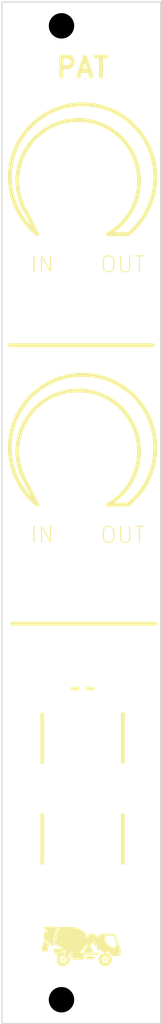
<source format=kicad_pcb>
(kicad_pcb (version 20211014) (generator pcbnew)
  (layers (0 "F.Cu" signal) (31 "B.Cu" signal) (34 "B.Paste" user) (35 "F.Paste" user) (36 "B.SilkS" user "B.Silkscreen") (37 "F.SilkS" user "F.Silkscreen") (38 "B.Mask" user) (39 "F.Mask" user) (44 "Edge.Cuts" user))
  (net 0 "")
  (footprint "eurorack_footprints:panel_jackhole" (layer "F.Cu") (at 114.3 81.28)
    (fp_text reference "REF**" hide)
    (fp_text value "panel_jackhole" hide)
    (pad "" np_thru_hole circle (at 0 0) (size 6.3 6.3) (drill 6.3) (layers F&B.Cu))
  )
  (footprint "eurorack_footprints:musikbeton_10mm_front" (layer "F.Cu") (at 109.06 161.925)
    (fp_text reference "G***" (at 0 0) (layer "F.SilkS") (effects (font (size 1.524 1.524) (thickness 0.3))))
    (fp_text value "LOGO" hide)
    (fp_poly (pts (xy -3.63366 -2.507168) (xy -3.620209 -2.484629) (xy -3.579664 -2.462035) (xy -3.471904 -2.438278) (xy -3.317744 -2.417597) (xy -3.267432 -2.412789) (xy -3.103826 -2.39734) (xy -2.980528 -2.383456) (xy -2.918307 -2.373552) (xy -2.914654 -2.37176) (xy -2.931468 -2.329716) (xy -2.975856 -2.228179) (xy -3.038738 -2.08787) (xy -3.048473 -2.066374) (xy -3.151904 -1.814322) (xy -3.234982 -1.552523) (xy -3.303988 -1.256979) (xy -3.365206 -0.903693) (xy -3.381155 -0.795708) (xy -3.412628 -0.575632) (xy -3.432981 -0.425523) (xy -3.44336 -0.328009) (xy -3.444911 -0.265718) (xy -3.438778 -0.221281) (xy -3.426109 -0.177325) (xy -3.422665 -0.166337) (xy -3.424342 -0.089528) (xy -3.493891 -0.020736) (xy -3.525493 -0.000972) (xy -3.619669 0.050981) (xy -3.676736 0.075708) (xy -3.679496 0.076041) (xy -3.713287 0.042215) (xy -3.783991 -0.048389) (xy -3.879157 -0.17946) (xy -3.930437 -0.252776) (xy -4.044226 -0.412535) (xy -4.131134 -0.51567) (xy -4.211747 -0.579889) (xy -4.306653 -0.6229) (xy -4.391859 -0.649651) (xy -4.530776 -0.687569) (xy -4.637572 -0.712276) (xy -4.675663 -0.717709) (xy -4.698076 -0.75138) (xy -4.711314 -0.856275) (xy -4.715778 -1.03822) (xy -4.712973 -1.2579) (xy -4.70751 -1.490587) (xy -4.698501 -1.647623) (xy -4.678129 -1.741448) (xy -4.638576 -1.784503) (xy -4.572024 -1.789227) (xy -4.470658 -1.768062) (xy -4.402935 -1.751281) (xy -4.307485 -1.742701) (xy -4.284317 -1.779399) (xy -4.331983 -1.858258) (xy -4.449032 -1.976165) (xy -4.546567 -2.059918) (xy -4.671414 -2.165161) (xy -4.764456 -2.24813) (xy -4.809138 -2.293935) (xy -4.810834 -2.297592) (xy -4.780092 -2.33647) (xy -4.733664 -2.375207) (xy -4.649247 -2.407516) (xy -4.505408 -2.416114) (xy -4.346853 -2.407522) (xy -4.174557 -2.397422) (xy -4.067459 -2.403717) (xy -4.00362 -2.429164) (xy -3.977651 -2.45393) (xy -3.908919 -2.495911) (xy -3.806922 -2.520646) (xy -3.704292 -2.525332)) (layer "F.SilkS") (width 0) (fill solid))
    (fp_poly (pts (xy 1.62736 1.663541) (xy 0.569027 1.663541) (xy 0.569027 1.222568) (xy 1.62736 1.222568)) (layer "F.SilkS") (width 0) (fill solid))
    (fp_poly (pts (xy -2.180407 1.478963) (xy -2.095389 1.564206) (xy -2.040039 1.66506) (xy -2.032709 1.707638) (xy -2.064294 1.804303) (xy -2.139272 1.900961) (xy -2.227982 1.963888) (xy -2.265432 1.972221) (xy -2.341767 1.948518) (xy -2.419772 1.903575) (xy -2.497134 1.804497) (xy -2.510555 1.682321) (xy -2.468953 1.563648) (xy -2.381244 1.475083) (xy -2.265432 1.443054)) (layer "F.SilkS") (width 0) (fill solid))
    (fp_poly (pts (xy 3.255338 0.888318) (xy 3.477849 0.991654) (xy 3.655488 1.149107) (xy 3.781835 1.346829) (xy 3.850469 1.570971) (xy 3.854971 1.807684) (xy 3.78892 2.043119) (xy 3.647431 2.261685) (xy 3.535111 2.372795) (xy 3.419545 2.462346) (xy 3.386893 2.481592) (xy 3.239892 2.525678) (xy 3.046757 2.542976) (xy 2.845294 2.53376) (xy 2.67331 2.498305) (xy 2.619646 2.476014) (xy 2.394621 2.314368) (xy 2.242653 2.103867) (xy 2.165958 1.848188) (xy 2.156527 1.707205) (xy 2.157478 1.700451) (xy 2.585472 1.700451) (xy 2.622242 1.892359) (xy 2.721471 2.03602) (xy 2.866541 2.121226) (xy 3.040833 2.137771) (xy 3.210839 2.084544) (xy 3.340165 1.974137) (xy 3.411896 1.822586) (xy 3.424857 1.654691) (xy 3.37787 1.495256) (xy 3.26976 1.369083) (xy 3.24554 1.352922) (xy 3.062418 1.277298) (xy 2.894642 1.287127) (xy 2.733357 1.383054) (xy 2.724473 1.390863) (xy 2.629191 1.495242) (xy 2.590496 1.606712) (xy 2.585472 1.700451) (xy 2.157478 1.700451) (xy 2.19541 1.431061) (xy 2.306 1.198329) (xy 2.479206 1.018278) (xy 2.705938 0.900176) (xy 2.977103 0.853293) (xy 2.994374 0.85295)) (layer "F.SilkS") (width 0) (fill solid))
    (fp_poly (pts (xy 3.402176 -1.56738) (xy 3.70899 -1.555029) (xy 3.950293 -1.539588) (xy 4.119363 -1.521656) (xy 4.209483 -1.501835) (xy 4.221547 -1.494046) (xy 4.248212 -1.436736) (xy 4.296805 -1.311919) (xy 4.361327 -1.135746) (xy 4.435782 -0.924368) (xy 4.468921 -0.827952) (xy 4.556915 -0.582846) (xy 4.650422 -0.343854) (xy 4.73953 -0.135027) (xy 4.814328 0.019584) (xy 4.829151 0.046128) (xy 4.915677 0.20905) (xy 4.961065 0.345386) (xy 4.977525 0.49878) (xy 4.978749 0.580934) (xy 4.958363 0.836026) (xy 4.900192 1.037906) (xy 4.80872 1.174886) (xy 4.732098 1.224133) (xy 4.637149 1.243714) (xy 4.482555 1.258534) (xy 4.296834 1.266149) (xy 4.235743 1.266666) (xy 3.851257 1.266666) (xy 3.372213 0.781596) (xy 2.994364 0.781596) (xy 2.811054 0.780376) (xy 2.694866 0.772641) (xy 2.624728 0.752278) (xy 2.579568 0.713172) (xy 2.538368 0.649305) (xy 2.442114 0.542577) (xy 2.357983 0.517013) (xy 2.238654 0.508142) (xy 2.117942 0.489452) (xy 1.980138 0.461891) (xy 1.980103 -0.205079) (xy 1.980068 -0.87205) (xy 1.889135 -0.688345) (xy 1.770992 -0.527543) (xy 1.610887 -0.413101) (xy 1.436681 -0.364381) (xy 1.422258 -0.363892) (xy 1.347156 -0.32098) (xy 1.267011 -0.192735) (xy 1.246026 -0.147182) (xy 1.151324 0.06849) (xy 1.323171 0.347873) (xy 1.423206 0.513403) (xy 1.481052 0.630339) (xy 1.488799 0.707123) (xy 1.43854 0.7522) (xy 1.322365 0.774012) (xy 1.132365 0.781002) (xy 0.916897 0.781596) (xy 0.338725 0.781596) (xy 0.369464 0.617745) (xy 0.419176 0.480137) (xy 0.505688 0.336856) (xy 0.536033 0.299192) (xy 0.624029 0.179131) (xy 0.723822 0.013481) (xy 0.813224 -0.160699) (xy 0.954584 -0.465887) (xy 0.85 -0.62) (xy 0.761841 -0.818928) (xy 0.745416 -0.972217) (xy 0.781732 -1.193266) (xy 0.880132 -1.369267) (xy 1.024789 -1.496509) (xy 1.199879 -1.571278) (xy 1.389576 -1.589864) (xy 1.578056 -1.548553) (xy 1.749493 -1.443633) (xy 1.888063 -1.271393) (xy 1.902899 -1.243741) (xy 1.950814 -1.161128) (xy 1.977854 -1.136524) (xy 1.980069 -1.144525) (xy 2.015273 -1.189913) (xy 2.10907 -1.265927) (xy 2.221011 -1.343074) (xy 3.029685 -1.343074) (xy 3.045102 -0.92362) (xy 3.055602 -0.72357) (xy 3.077864 -0.573438) (xy 3.123513 -0.455176) (xy 3.204169 -0.350738) (xy 3.331456 -0.242077) (xy 3.516996 -0.111145) (xy 3.607597 -0.050188) (xy 3.772934 0.056853) (xy 3.891799 0.120857) (xy 3.988579 0.151297) (xy 4.087663 0.157645) (xy 4.136764 0.155346) (xy 4.339339 0.142186) (xy 4.334573 -0.254689) (xy 4.325961 -0.482208) (xy 4.301893 -0.659988) (xy 4.255463 -0.826068) (xy 4.208459 -0.949613) (xy 4.145662 -1.097057) (xy 4.092946 -1.208622) (xy 4.060742 -1.262392) (xy 4.058885 -1.263846) (xy 4.006031 -1.27291) (xy 3.883944 -1.285252) (xy 3.711445 -1.299173) (xy 3.530172 -1.311552) (xy 3.029685 -1.343074) (xy 2.221011 -1.343074) (xy 2.243843 -1.358809) (xy 2.299843 -1.394247) (xy 2.619548 -1.591981)) (layer "F.SilkS") (width 0) (fill solid))
    (fp_poly (pts (xy -1.835238 -2.40231) (xy -1.470779 -2.395235) (xy -1.178301 -2.383521) (xy -0.941607 -2.364168) (xy -0.744499 -2.334179) (xy -0.57078 -2.290555) (xy -0.404252 -2.230299) (xy -0.228717 -2.150412) (xy -0.087008 -2.078716) (xy 0.186538 -1.926122) (xy 0.386936 -1.786673) (xy 0.525814 -1.649207) (xy 0.614803 -1.50256) (xy 0.660073 -1.361601) (xy 0.688779 -1.137133) (xy 0.691936 -0.863225) (xy 0.67152 -0.574225) (xy 0.629506 -0.304483) (xy 0.590516 -0.152449) (xy 0.507404 0.038871) (xy 0.379492 0.251722) (xy 0.226741 0.458492) (xy 0.069112 0.631571) (xy -0.043831 0.725049) (xy -0.193669 0.825693) (xy 2.288818 0.825693) (xy 2.288818 1.090277) (xy 0.392638 1.090277) (xy 0.392638 1.707638) (xy -1.238959 1.707638) (xy -1.238959 1.090277) (xy -1.634419 1.090277) (xy -1.541249 1.269026) (xy -1.442864 1.524889) (xy -1.426935 1.767851) (xy -1.493076 2.015277) (xy -1.523233 2.081592) (xy -1.669295 2.306058) (xy -1.85432 2.453776) (xy -2.086938 2.530021) (xy -2.279118 2.54372) (xy -2.460122 2.529627) (xy -2.616291 2.494871) (xy -2.672119 2.472054) (xy -2.850095 2.359153) (xy -2.971747 2.228075) (xy -3.052205 2.082464) (xy -3.125554 1.820858) (xy -3.120822 1.679697) (xy -2.694168 1.679697) (xy -2.659878 1.882394) (xy -2.566183 2.032423) (xy -2.426849 2.120827) (xy -2.255639 2.13865) (xy -2.075924 2.082008) (xy -1.935644 1.968434) (xy -1.862216 1.821783) (xy -1.851778 1.661686) (xy -1.900472 1.507774) (xy -2.004435 1.379678) (xy -2.159808 1.297029) (xy -2.23337 1.281371) (xy -2.367675 1.276158) (xy -2.471631 1.314983) (xy -2.553006 1.376212) (xy -2.649019 1.474759) (xy -2.688476 1.580319) (xy -2.694168 1.679697) (xy -3.120822 1.679697) (xy -3.116432 1.54874) (xy -3.030895 1.296188) (xy -2.926649 1.090277) (xy -3.185235 1.090277) (xy -3.329599 1.088425) (xy -3.406795 1.0757) (xy -3.437852 1.041342) (xy -3.443795 0.974596) (xy -3.44382 0.957985) (xy -3.44382 0.825693) (xy -2.176025 0.822823) (xy -0.90823 0.819952) (xy -1.337584 0.713623) (xy -1.551369 0.654717) (xy -1.760162 0.587059) (xy -1.930829 0.52176) (xy -1.986552 0.496008) (xy -2.110957 0.434935) (xy -2.200739 0.394513) (xy -2.229681 0.384721) (xy -2.24371 0.424167) (xy -2.25212 0.523961) (xy -2.253195 0.583159) (xy -2.253195 0.781596) (xy -3.44382 0.781596) (xy -3.44382 0.340624) (xy -2.881581 0.336768) (xy -2.319341 0.332912) (xy -2.804411 0.095971) (xy -2.994647 0.0034) (xy -3.156818 -0.074851) (xy -3.274049 -0.130687) (xy -3.329465 -0.15601) (xy -3.329982 -0.156208) (xy -3.342147 -0.203869) (xy -3.341396 -0.320083) (xy -3.329774 -0.486487) (xy -3.309323 -0.684718) (xy -3.282087 -0.896414) (xy -3.25011 -1.10321) (xy -3.215434 -1.286744) (xy -3.193898 -1.379168) (xy -3.146261 -1.529933) (xy -3.072261 -1.726226) (xy -2.984819 -1.934615) (xy -2.946786 -2.018577) (xy -2.762246 -2.415452)) (layer "F.SilkS") (width 0) (fill solid))
    (fp_poly (pts (xy -4.489133 -0.575147) (xy -4.394113 -0.565552) (xy -4.155209 -0.535703) (xy -4.116399 -0.307001) (xy -4.102827 -0.04281) (xy -4.132403 0.120138) (xy -4.1796 0.293465) (xy -4.227125 0.471613) (xy -4.236142 0.505989) (xy -4.285067 0.693402) (xy -4.930947 0.693402) (xy -4.960363 0.406284) (xy -4.971445 0.239917) (xy -4.961732 0.099979) (xy -4.925825 -0.051094) (xy -4.871069 -0.215219) (xy -4.808434 -0.374613) (xy -4.748184 -0.499108) (xy -4.701196 -0.566919) (xy -4.692689 -0.572504) (xy -4.617526 -0.580178)) (layer "F.SilkS") (width 0) (fill solid))
    (fp_poly (pts (xy 3.105418 1.479062) (xy 3.198145 1.564605) (xy 3.254133 1.665965) (xy 3.258957 1.69921) (xy 3.22178 1.827367) (xy 3.128118 1.914323) (xy 3.004774 1.945937) (xy 2.878553 1.90807) (xy 2.871754 1.903477) (xy 2.795173 1.805119) (xy 2.77997 1.682455) (xy 2.817961 1.56296) (xy 2.900963 1.474111) (xy 3.00887 1.443054)) (layer "F.SilkS") (width 0) (fill solid))
  )
  (footprint "eurorack_footprints:panel_jackhole" (layer "F.Cu") (at 114.3 115.3)
    (fp_text reference "REF**" hide)
    (fp_text value "panel_jackhole" hide)
    (pad "" np_thru_hole circle (at 0 0) (size 6.3 6.3) (drill 6.3) (layers F&B.Cu))
  )
  (footprint "eurorack_footprints:panel_jackhole" (layer "F.Cu") (at 104.14 115.3)
    (fp_text reference "REF**" hide)
    (fp_text value "panel_jackhole" hide)
    (pad "" np_thru_hole circle (at 0 0) (size 6.3 6.3) (drill 6.3) (layers F&B.Cu))
  )
  (footprint "eurorack_footprints:panel_outline_4hp" (layer "F.Cu") (at 99.06 43.18)
    (fp_text reference "REF**" hide)
    (fp_text value "panel_outline_4hp" hide)
    (fp_rect (start 0 0) (end 20 128.5) (layer "Edge.Cuts") (width 0.12) (fill none))
    (pad "" np_thru_hole circle (at 7.5 3) (size 3.2 3.2) (drill oval 4.2 3.2) (layers *.Mask))
    (pad "" np_thru_hole circle (at 7.5 125.5) (size 3.2 3.2) (drill oval 4.2 3.2) (layers *.Mask))
  )
  (footprint "eurorack_footprints:panel_pothole" (layer "F.Cu") (at 109.22 64.77)
    (fp_text reference "REF**" hide)
    (fp_text value "panel_pothole" hide)
    (pad "" np_thru_hole circle (at 0 0) (size 7.2 7.2) (drill 7.2) (layers F&B.Cu))
  )
  (footprint "eurorack_footprints:panel_jackhole" (layer "F.Cu") (at 104.14 81.28)
    (fp_text reference "REF**" hide)
    (fp_text value "panel_jackhole" hide)
    (pad "" np_thru_hole circle (at 0 0) (size 6.3 6.3) (drill 6.3) (layers F&B.Cu))
  )
  (footprint "eurorack_footprints:panel_pothole" (layer "F.Cu") (at 109.22 98.79)
    (fp_text reference "REF**" hide)
    (fp_text value "panel_pothole" hide)
    (pad "" np_thru_hole circle (at 0 0) (size 7.2 7.2) (drill 7.2) (layers F&B.Cu))
  )
  (footprint "eurorack_footprints:panel_jackhole" (layer "B.Cu") (at 104.14 142.12 180)
    (fp_text reference "REF**2" hide)
    (fp_text value "panel_jackhole" hide)
    (pad "" np_thru_hole circle (at 0 0 180) (size 6.3 6.3) (drill 6.3) (layers F&B.Cu))
  )
  (footprint "eurorack_footprints:panel_jackhole" (layer "B.Cu") (at 104.14 129.42 180)
    (fp_text reference "REF**" hide)
    (fp_text value "panel_jackhole" hide)
    (pad "" np_thru_hole circle (at 0 0 180) (size 6.3 6.3) (drill 6.3) (layers F&B.Cu))
  )
  (footprint "eurorack_footprints:panel_jackhole" (layer "B.Cu") (at 114.3 129.42 180)
    (fp_text reference "REF**1" hide)
    (fp_text value "panel_jackhole" hide)
    (pad "" np_thru_hole circle (at 0 0 180) (size 6.3 6.3) (drill 6.3) (layers F&B.Cu))
  )
  (footprint "eurorack_footprints:panel_jackhole" (layer "B.Cu") (at 114.3 154.82 180)
    (fp_text reference "REF**5" hide)
    (fp_text value "panel_jackhole" hide)
    (pad "" np_thru_hole circle (at 0 0 180) (size 6.3 6.3) (drill 6.3) (layers F&B.Cu))
  )
  (footprint "eurorack_footprints:panel_jackhole" (layer "B.Cu") (at 104.14 154.82 180)
    (fp_text reference "REF**4" hide)
    (fp_text value "panel_jackhole" hide)
    (pad "" np_thru_hole circle (at 0 0 180) (size 6.3 6.3) (drill 6.3) (layers F&B.Cu))
  )
  (footprint "eurorack_footprints:panel_jackhole" (layer "B.Cu") (at 114.3 142.12 180)
    (fp_text reference "REF**3" hide)
    (fp_text value "panel_jackhole" hide)
    (pad "" np_thru_hole circle (at 0 0 180) (size 6.3 6.3) (drill 6.3) (layers F&B.Cu))
  )
  (gr_line (start 112.395 106.41) (end 114.935 106.41) (layer "F.SilkS") (width 0.5))
  (gr_arc (start 103.505 72.39) (mid 109.22 56.056215) (end 114.935 72.39) (layer "F.SilkS") (width 0.5))
  (gr_line (start 100.076 86.36) (end 118.11 86.36) (layer "F.SilkS") (width 0.5))
  (gr_line (start 103.505 72.39) (end 102.235 69.85) (layer "F.SilkS") (width 0.5))
  (gr_line (start 103.505 106.41) (end 102.235 103.87) (layer "F.SilkS") (width 0.5))
  (gr_line (start 109.855 129.54) (end 110.49 129.54) (layer "F.SilkS") (width 0.5))
  (gr_line (start 114.3 154.94) (end 114.3 129.54) (layer "F.SilkS") (width 0.5))
  (gr_line (start 107.95 129.54) (end 108.585 129.54) (layer "F.SilkS") (width 0.5))
  (gr_arc (start 102.235 69.85) (mid 110.532145 58.25142) (end 112.395 72.39) (layer "F.SilkS") (width 0.5))
  (gr_line (start 100.33 121.38) (end 118.364 121.38) (layer "F.SilkS") (width 0.5))
  (gr_arc (start 102.235 103.87) (mid 110.532145 92.27142) (end 112.395 106.41) (layer "F.SilkS") (width 0.5))
  (gr_line (start 104.14 154.94) (end 104.14 129.54) (layer "F.SilkS") (width 0.5))
  (gr_arc (start 103.505 106.41) (mid 109.22 90.076215) (end 114.935 106.41) (layer "F.SilkS") (width 0.5))
  (gr_line (start 112.395 72.39) (end 114.935 72.39) (layer "F.SilkS") (width 0.5))
  (gr_text "OUT" (at 114.3 76.2) (layer "F.SilkS") (effects (font (size 2 2))))
  (gr_text "OUT" (at 114.3 110.22) (layer "F.SilkS") (effects (font (size 2 2))))
  (gr_text "IN" (at 104.14 110.22) (layer "F.SilkS") (effects (font (size 2 2))))
  (gr_text "PAT" (at 109.22 51.435) (layer "F.SilkS") (effects (font (size 2.5 2.5) (thickness 0.5))))
  (gr_text "IN" (at 104.14 76.2) (layer "F.SilkS") (effects (font (size 2 2))))
)
</source>
